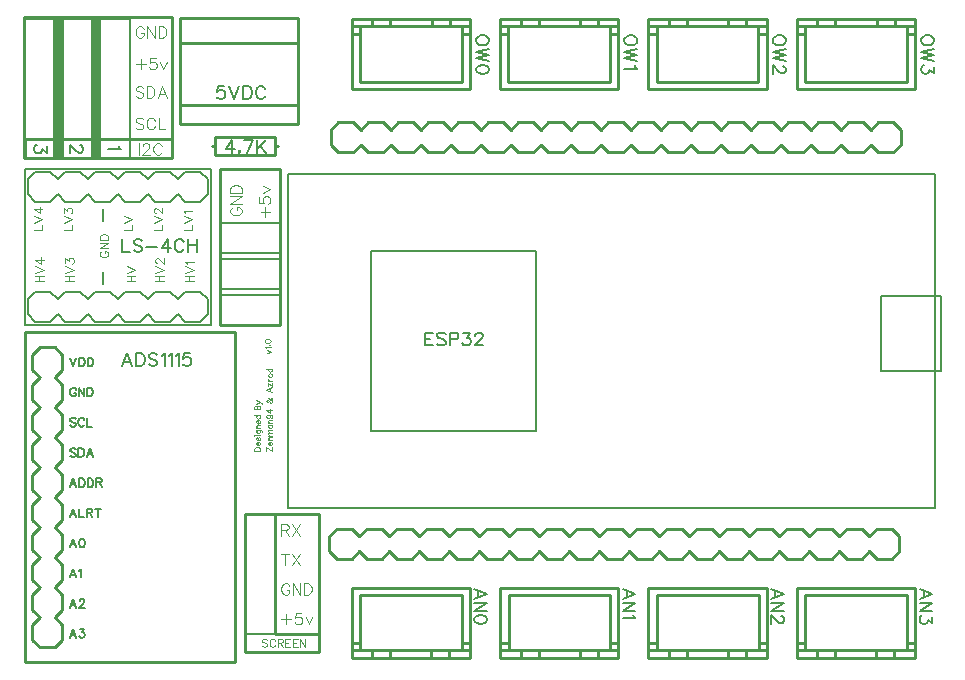
<source format=gto>
G04 Layer: TopSilkscreenLayer*
G04 EasyEDA v6.5.23, 2023-06-08 09:20:47*
G04 55327712f0a3441bad1e631ee7ba6bcd,133cb59a28494424a397ab70695d2c60,10*
G04 Gerber Generator version 0.2*
G04 Scale: 100 percent, Rotated: No, Reflected: No *
G04 Dimensions in millimeters *
G04 leading zeros omitted , absolute positions ,4 integer and 5 decimal *
%FSLAX45Y45*%
%MOMM*%

%ADD10C,0.1000*%
%ADD11C,0.1524*%
%ADD12C,0.0610*%
%ADD13C,0.2030*%
%ADD14C,0.2032*%
%ADD15C,0.2540*%
%ADD16C,0.1270*%
%ADD17C,0.0193*%

%LPD*%
D10*
X1686943Y12841094D02*
G01*
X1686943Y12745590D01*
X1721487Y12818488D02*
G01*
X1721487Y12823060D01*
X1726059Y12831950D01*
X1730631Y12836522D01*
X1739775Y12841094D01*
X1757809Y12841094D01*
X1766953Y12836522D01*
X1771525Y12831950D01*
X1776097Y12823060D01*
X1776097Y12813916D01*
X1771525Y12804772D01*
X1762381Y12791056D01*
X1716915Y12745590D01*
X1780669Y12745590D01*
X1878713Y12818488D02*
G01*
X1874141Y12827632D01*
X1865251Y12836522D01*
X1856107Y12841094D01*
X1837819Y12841094D01*
X1828675Y12836522D01*
X1819785Y12827632D01*
X1815213Y12818488D01*
X1810641Y12804772D01*
X1810641Y12782166D01*
X1815213Y12768450D01*
X1819785Y12759306D01*
X1828675Y12750162D01*
X1837819Y12745590D01*
X1856107Y12745590D01*
X1865251Y12750162D01*
X1874141Y12759306D01*
X1878713Y12768450D01*
X1729615Y13809088D02*
G01*
X1725297Y13818232D01*
X1716153Y13827122D01*
X1707009Y13831694D01*
X1688721Y13831694D01*
X1679831Y13827122D01*
X1670687Y13818232D01*
X1666115Y13809088D01*
X1661543Y13795372D01*
X1661543Y13772766D01*
X1666115Y13759050D01*
X1670687Y13749906D01*
X1679831Y13740762D01*
X1688721Y13736190D01*
X1707009Y13736190D01*
X1716153Y13740762D01*
X1725297Y13749906D01*
X1729615Y13759050D01*
X1729615Y13772766D01*
X1707009Y13772766D02*
G01*
X1729615Y13772766D01*
X1759841Y13831694D02*
G01*
X1759841Y13736190D01*
X1759841Y13831694D02*
G01*
X1823341Y13736190D01*
X1823341Y13831694D02*
G01*
X1823341Y13736190D01*
X1853313Y13831694D02*
G01*
X1853313Y13736190D01*
X1853313Y13831694D02*
G01*
X1885063Y13831694D01*
X1898779Y13827122D01*
X1907923Y13818232D01*
X1912495Y13809088D01*
X1917067Y13795372D01*
X1917067Y13772766D01*
X1912495Y13759050D01*
X1907923Y13749906D01*
X1898779Y13740762D01*
X1885063Y13736190D01*
X1853313Y13736190D01*
X1702437Y13551532D02*
G01*
X1702437Y13469490D01*
X1661543Y13510638D02*
G01*
X1743331Y13510638D01*
X1827913Y13564994D02*
G01*
X1782447Y13564994D01*
X1777875Y13524100D01*
X1782447Y13528672D01*
X1796163Y13533244D01*
X1809625Y13533244D01*
X1823341Y13528672D01*
X1832485Y13519528D01*
X1837057Y13506066D01*
X1837057Y13496922D01*
X1832485Y13483206D01*
X1823341Y13474062D01*
X1809625Y13469490D01*
X1796163Y13469490D01*
X1782447Y13474062D01*
X1777875Y13478634D01*
X1773303Y13487778D01*
X1867029Y13533244D02*
G01*
X1894207Y13469490D01*
X1921639Y13533244D02*
G01*
X1894207Y13469490D01*
X1725297Y13310232D02*
G01*
X1716153Y13319122D01*
X1702437Y13323694D01*
X1684149Y13323694D01*
X1670687Y13319122D01*
X1661543Y13310232D01*
X1661543Y13301088D01*
X1666115Y13291944D01*
X1670687Y13287372D01*
X1679831Y13282800D01*
X1707009Y13273656D01*
X1716153Y13269338D01*
X1720725Y13264766D01*
X1725297Y13255622D01*
X1725297Y13241906D01*
X1716153Y13232762D01*
X1702437Y13228190D01*
X1684149Y13228190D01*
X1670687Y13232762D01*
X1661543Y13241906D01*
X1755269Y13323694D02*
G01*
X1755269Y13228190D01*
X1755269Y13323694D02*
G01*
X1787019Y13323694D01*
X1800735Y13319122D01*
X1809625Y13310232D01*
X1814197Y13301088D01*
X1818769Y13287372D01*
X1818769Y13264766D01*
X1814197Y13251050D01*
X1809625Y13241906D01*
X1800735Y13232762D01*
X1787019Y13228190D01*
X1755269Y13228190D01*
X1885063Y13323694D02*
G01*
X1848741Y13228190D01*
X1885063Y13323694D02*
G01*
X1921639Y13228190D01*
X1862457Y13260194D02*
G01*
X1907923Y13260194D01*
X1725297Y13043532D02*
G01*
X1716153Y13052422D01*
X1702437Y13056994D01*
X1684149Y13056994D01*
X1670687Y13052422D01*
X1661543Y13043532D01*
X1661543Y13034388D01*
X1666115Y13025244D01*
X1670687Y13020672D01*
X1679831Y13016100D01*
X1707009Y13006956D01*
X1716153Y13002638D01*
X1720725Y12998066D01*
X1725297Y12988922D01*
X1725297Y12975206D01*
X1716153Y12966062D01*
X1702437Y12961490D01*
X1684149Y12961490D01*
X1670687Y12966062D01*
X1661543Y12975206D01*
X1823341Y13034388D02*
G01*
X1818769Y13043532D01*
X1809625Y13052422D01*
X1800735Y13056994D01*
X1782447Y13056994D01*
X1773303Y13052422D01*
X1764159Y13043532D01*
X1759841Y13034388D01*
X1755269Y13020672D01*
X1755269Y12998066D01*
X1759841Y12984350D01*
X1764159Y12975206D01*
X1773303Y12966062D01*
X1782447Y12961490D01*
X1800735Y12961490D01*
X1809625Y12966062D01*
X1818769Y12975206D01*
X1823341Y12984350D01*
X1853313Y13056994D02*
G01*
X1853313Y12961490D01*
X1853313Y12961490D02*
G01*
X1907923Y12961490D01*
X2961515Y9093154D02*
G01*
X2957197Y9102298D01*
X2948053Y9111188D01*
X2938909Y9115760D01*
X2920621Y9115760D01*
X2911731Y9111188D01*
X2902587Y9102298D01*
X2898015Y9093154D01*
X2893443Y9079438D01*
X2893443Y9056832D01*
X2898015Y9043116D01*
X2902587Y9033972D01*
X2911731Y9024828D01*
X2920621Y9020256D01*
X2938909Y9020256D01*
X2948053Y9024828D01*
X2957197Y9033972D01*
X2961515Y9043116D01*
X2961515Y9056832D01*
X2938909Y9056832D02*
G01*
X2961515Y9056832D01*
X2991741Y9115760D02*
G01*
X2991741Y9020256D01*
X2991741Y9115760D02*
G01*
X3055241Y9020256D01*
X3055241Y9115760D02*
G01*
X3055241Y9020256D01*
X3085213Y9115760D02*
G01*
X3085213Y9020256D01*
X3085213Y9115760D02*
G01*
X3116963Y9115760D01*
X3130679Y9111188D01*
X3139823Y9102298D01*
X3144395Y9093154D01*
X3148967Y9079438D01*
X3148967Y9056832D01*
X3144395Y9043116D01*
X3139823Y9033972D01*
X3130679Y9024828D01*
X3116963Y9020256D01*
X3085213Y9020256D01*
X2934337Y8852532D02*
G01*
X2934337Y8770490D01*
X2893443Y8811638D02*
G01*
X2975231Y8811638D01*
X3059813Y8865994D02*
G01*
X3014347Y8865994D01*
X3009775Y8825100D01*
X3014347Y8829672D01*
X3028063Y8834244D01*
X3041525Y8834244D01*
X3055241Y8829672D01*
X3064385Y8820528D01*
X3068957Y8807066D01*
X3068957Y8797922D01*
X3064385Y8784206D01*
X3055241Y8775062D01*
X3041525Y8770490D01*
X3028063Y8770490D01*
X3014347Y8775062D01*
X3009775Y8779634D01*
X3005203Y8788778D01*
X3098929Y8834244D02*
G01*
X3126107Y8770490D01*
X3153539Y8834244D02*
G01*
X3126107Y8770490D01*
X2893443Y9615294D02*
G01*
X2893443Y9519790D01*
X2893443Y9615294D02*
G01*
X2934337Y9615294D01*
X2948053Y9610722D01*
X2952625Y9606150D01*
X2957197Y9597260D01*
X2957197Y9588116D01*
X2952625Y9578972D01*
X2948053Y9574400D01*
X2934337Y9569828D01*
X2893443Y9569828D01*
X2925193Y9569828D02*
G01*
X2957197Y9519790D01*
X2987169Y9615294D02*
G01*
X3050669Y9519790D01*
X3050669Y9615294D02*
G01*
X2987169Y9519790D01*
X2925193Y9365612D02*
G01*
X2925193Y9270108D01*
X2893443Y9365612D02*
G01*
X2957197Y9365612D01*
X2987169Y9365612D02*
G01*
X3050669Y9270108D01*
X3050669Y9365612D02*
G01*
X2987169Y9270108D01*
X2717167Y12260450D02*
G01*
X2799209Y12260450D01*
X2758061Y12219556D02*
G01*
X2758061Y12301344D01*
X2703705Y12385926D02*
G01*
X2703705Y12340460D01*
X2744599Y12335888D01*
X2740027Y12340460D01*
X2735455Y12354176D01*
X2735455Y12367638D01*
X2740027Y12381354D01*
X2749171Y12390498D01*
X2762633Y12395070D01*
X2771777Y12395070D01*
X2785493Y12390498D01*
X2794637Y12381354D01*
X2799209Y12367638D01*
X2799209Y12354176D01*
X2794637Y12340460D01*
X2790065Y12335888D01*
X2780921Y12331316D01*
X2735455Y12425042D02*
G01*
X2799209Y12452220D01*
X2735455Y12479652D02*
G01*
X2799209Y12452220D01*
X2485011Y12300328D02*
G01*
X2475867Y12296010D01*
X2466977Y12286866D01*
X2462405Y12277722D01*
X2462405Y12259434D01*
X2466977Y12250544D01*
X2475867Y12241400D01*
X2485011Y12236828D01*
X2498727Y12232256D01*
X2521333Y12232256D01*
X2535049Y12236828D01*
X2544193Y12241400D01*
X2553337Y12250544D01*
X2557909Y12259434D01*
X2557909Y12277722D01*
X2553337Y12286866D01*
X2544193Y12296010D01*
X2535049Y12300328D01*
X2521333Y12300328D01*
X2521333Y12277722D02*
G01*
X2521333Y12300328D01*
X2462405Y12330554D02*
G01*
X2557909Y12330554D01*
X2462405Y12330554D02*
G01*
X2557909Y12394054D01*
X2462405Y12394054D02*
G01*
X2557909Y12394054D01*
X2462405Y12424026D02*
G01*
X2557909Y12424026D01*
X2462405Y12424026D02*
G01*
X2462405Y12455776D01*
X2466977Y12469492D01*
X2475867Y12478636D01*
X2485011Y12483208D01*
X2498727Y12487780D01*
X2521333Y12487780D01*
X2535049Y12483208D01*
X2544193Y12478636D01*
X2553337Y12469492D01*
X2557909Y12455776D01*
X2557909Y12424026D01*
X2665097Y10238356D02*
G01*
X2712849Y10238356D01*
X2665097Y10238356D02*
G01*
X2665097Y10254358D01*
X2667383Y10260962D01*
X2671955Y10265534D01*
X2676527Y10267820D01*
X2683385Y10270106D01*
X2694815Y10270106D01*
X2701673Y10267820D01*
X2705991Y10265534D01*
X2710563Y10260962D01*
X2712849Y10254358D01*
X2712849Y10238356D01*
X2694815Y10285092D02*
G01*
X2694815Y10312524D01*
X2690243Y10312524D01*
X2685671Y10310238D01*
X2683385Y10307952D01*
X2681099Y10303380D01*
X2681099Y10296522D01*
X2683385Y10291950D01*
X2687957Y10287378D01*
X2694815Y10285092D01*
X2699387Y10285092D01*
X2705991Y10287378D01*
X2710563Y10291950D01*
X2712849Y10296522D01*
X2712849Y10303380D01*
X2710563Y10307952D01*
X2705991Y10312524D01*
X2687957Y10352402D02*
G01*
X2683385Y10350116D01*
X2681099Y10343258D01*
X2681099Y10336654D01*
X2683385Y10329796D01*
X2687957Y10327510D01*
X2692529Y10329796D01*
X2694815Y10334368D01*
X2697101Y10345544D01*
X2699387Y10350116D01*
X2703705Y10352402D01*
X2705991Y10352402D01*
X2710563Y10350116D01*
X2712849Y10343258D01*
X2712849Y10336654D01*
X2710563Y10329796D01*
X2705991Y10327510D01*
X2665097Y10367388D02*
G01*
X2667383Y10369674D01*
X2665097Y10371960D01*
X2662811Y10369674D01*
X2665097Y10367388D01*
X2681099Y10369674D02*
G01*
X2712849Y10369674D01*
X2681099Y10414378D02*
G01*
X2717421Y10414378D01*
X2724279Y10412092D01*
X2726565Y10409806D01*
X2728851Y10405234D01*
X2728851Y10398376D01*
X2726565Y10393804D01*
X2687957Y10414378D02*
G01*
X2683385Y10409806D01*
X2681099Y10405234D01*
X2681099Y10398376D01*
X2683385Y10393804D01*
X2687957Y10389232D01*
X2694815Y10386946D01*
X2699387Y10386946D01*
X2705991Y10389232D01*
X2710563Y10393804D01*
X2712849Y10398376D01*
X2712849Y10405234D01*
X2710563Y10409806D01*
X2705991Y10414378D01*
X2681099Y10429364D02*
G01*
X2712849Y10429364D01*
X2690243Y10429364D02*
G01*
X2683385Y10435968D01*
X2681099Y10440540D01*
X2681099Y10447398D01*
X2683385Y10451970D01*
X2690243Y10454256D01*
X2712849Y10454256D01*
X2694815Y10469242D02*
G01*
X2694815Y10496420D01*
X2690243Y10496420D01*
X2685671Y10494388D01*
X2683385Y10492102D01*
X2681099Y10487530D01*
X2681099Y10480672D01*
X2683385Y10476100D01*
X2687957Y10471528D01*
X2694815Y10469242D01*
X2699387Y10469242D01*
X2705991Y10471528D01*
X2710563Y10476100D01*
X2712849Y10480672D01*
X2712849Y10487530D01*
X2710563Y10492102D01*
X2705991Y10496420D01*
X2665097Y10538838D02*
G01*
X2712849Y10538838D01*
X2687957Y10538838D02*
G01*
X2683385Y10534266D01*
X2681099Y10529694D01*
X2681099Y10522836D01*
X2683385Y10518264D01*
X2687957Y10513692D01*
X2694815Y10511660D01*
X2699387Y10511660D01*
X2705991Y10513692D01*
X2710563Y10518264D01*
X2712849Y10522836D01*
X2712849Y10529694D01*
X2710563Y10534266D01*
X2705991Y10538838D01*
X2665097Y10588876D02*
G01*
X2712849Y10588876D01*
X2665097Y10588876D02*
G01*
X2665097Y10609196D01*
X2667383Y10616054D01*
X2669669Y10618340D01*
X2674241Y10620626D01*
X2678813Y10620626D01*
X2683385Y10618340D01*
X2685671Y10616054D01*
X2687957Y10609196D01*
X2687957Y10588876D02*
G01*
X2687957Y10609196D01*
X2690243Y10616054D01*
X2692529Y10618340D01*
X2697101Y10620626D01*
X2703705Y10620626D01*
X2708277Y10618340D01*
X2710563Y10616054D01*
X2712849Y10609196D01*
X2712849Y10588876D01*
X2681099Y10637898D02*
G01*
X2712849Y10651614D01*
X2681099Y10665076D02*
G01*
X2712849Y10651614D01*
X2721993Y10647042D01*
X2726565Y10642470D01*
X2728851Y10637898D01*
X2728851Y10635612D01*
X2766697Y10270106D02*
G01*
X2814449Y10238356D01*
X2766697Y10238356D02*
G01*
X2766697Y10270106D01*
X2814449Y10238356D02*
G01*
X2814449Y10270106D01*
X2796415Y10285092D02*
G01*
X2796415Y10312524D01*
X2791843Y10312524D01*
X2787271Y10310238D01*
X2784985Y10307952D01*
X2782699Y10303380D01*
X2782699Y10296522D01*
X2784985Y10291950D01*
X2789557Y10287378D01*
X2796415Y10285092D01*
X2800987Y10285092D01*
X2807591Y10287378D01*
X2812163Y10291950D01*
X2814449Y10296522D01*
X2814449Y10303380D01*
X2812163Y10307952D01*
X2807591Y10312524D01*
X2782699Y10327510D02*
G01*
X2814449Y10327510D01*
X2791843Y10327510D02*
G01*
X2784985Y10334368D01*
X2782699Y10338686D01*
X2782699Y10345544D01*
X2784985Y10350116D01*
X2791843Y10352402D01*
X2814449Y10352402D01*
X2782699Y10367388D02*
G01*
X2814449Y10367388D01*
X2791843Y10367388D02*
G01*
X2784985Y10374246D01*
X2782699Y10378818D01*
X2782699Y10385676D01*
X2784985Y10390248D01*
X2791843Y10392534D01*
X2814449Y10392534D01*
X2791843Y10392534D02*
G01*
X2784985Y10399138D01*
X2782699Y10403710D01*
X2782699Y10410568D01*
X2784985Y10415140D01*
X2791843Y10417426D01*
X2814449Y10417426D01*
X2782699Y10459844D02*
G01*
X2814449Y10459844D01*
X2789557Y10459844D02*
G01*
X2784985Y10455272D01*
X2782699Y10450700D01*
X2782699Y10443842D01*
X2784985Y10439270D01*
X2789557Y10434698D01*
X2796415Y10432412D01*
X2800987Y10432412D01*
X2807591Y10434698D01*
X2812163Y10439270D01*
X2814449Y10443842D01*
X2814449Y10450700D01*
X2812163Y10455272D01*
X2807591Y10459844D01*
X2782699Y10474830D02*
G01*
X2814449Y10474830D01*
X2791843Y10474830D02*
G01*
X2784985Y10481434D01*
X2782699Y10486006D01*
X2782699Y10492864D01*
X2784985Y10497436D01*
X2791843Y10499722D01*
X2814449Y10499722D01*
X2782699Y10544172D02*
G01*
X2789557Y10541886D01*
X2794129Y10537568D01*
X2796415Y10530710D01*
X2796415Y10528424D01*
X2794129Y10521566D01*
X2789557Y10516994D01*
X2782699Y10514708D01*
X2780413Y10514708D01*
X2773555Y10516994D01*
X2768983Y10521566D01*
X2766697Y10528424D01*
X2766697Y10530710D01*
X2768983Y10537568D01*
X2773555Y10541886D01*
X2782699Y10544172D01*
X2794129Y10544172D01*
X2805305Y10541886D01*
X2812163Y10537568D01*
X2814449Y10530710D01*
X2814449Y10526138D01*
X2812163Y10519280D01*
X2807591Y10516994D01*
X2766697Y10582018D02*
G01*
X2798701Y10559158D01*
X2798701Y10593448D01*
X2766697Y10582018D02*
G01*
X2814449Y10582018D01*
X2787271Y10688698D02*
G01*
X2784985Y10688698D01*
X2782699Y10686412D01*
X2782699Y10684380D01*
X2784985Y10682094D01*
X2789557Y10679808D01*
X2800987Y10675236D01*
X2807591Y10670664D01*
X2812163Y10666092D01*
X2814449Y10661520D01*
X2814449Y10652376D01*
X2812163Y10647804D01*
X2809877Y10645518D01*
X2805305Y10643232D01*
X2800987Y10643232D01*
X2796415Y10645518D01*
X2794129Y10647804D01*
X2784985Y10663806D01*
X2782699Y10666092D01*
X2778127Y10668378D01*
X2773555Y10668378D01*
X2768983Y10666092D01*
X2766697Y10661520D01*
X2768983Y10656948D01*
X2773555Y10654662D01*
X2778127Y10654662D01*
X2784985Y10656948D01*
X2791843Y10661520D01*
X2807591Y10672950D01*
X2812163Y10677522D01*
X2814449Y10682094D01*
X2814449Y10686412D01*
X2812163Y10688698D01*
X2809877Y10688698D01*
X2766697Y10757024D02*
G01*
X2814449Y10738736D01*
X2766697Y10757024D02*
G01*
X2814449Y10775058D01*
X2798701Y10745594D02*
G01*
X2798701Y10768454D01*
X2782699Y10815190D02*
G01*
X2814449Y10790298D01*
X2782699Y10790298D02*
G01*
X2782699Y10815190D01*
X2814449Y10790298D02*
G01*
X2814449Y10815190D01*
X2782699Y10830176D02*
G01*
X2814449Y10830176D01*
X2796415Y10830176D02*
G01*
X2789557Y10832462D01*
X2784985Y10837034D01*
X2782699Y10841606D01*
X2782699Y10848464D01*
X2782699Y10874626D02*
G01*
X2784985Y10870054D01*
X2789557Y10865736D01*
X2796415Y10863450D01*
X2800987Y10863450D01*
X2807591Y10865736D01*
X2812163Y10870054D01*
X2814449Y10874626D01*
X2814449Y10881484D01*
X2812163Y10886056D01*
X2807591Y10890628D01*
X2800987Y10892914D01*
X2796415Y10892914D01*
X2789557Y10890628D01*
X2784985Y10886056D01*
X2782699Y10881484D01*
X2782699Y10874626D01*
X2766697Y10935078D02*
G01*
X2814449Y10935078D01*
X2789557Y10935078D02*
G01*
X2784985Y10930506D01*
X2782699Y10926188D01*
X2782699Y10919330D01*
X2784985Y10914758D01*
X2789557Y10910186D01*
X2796415Y10907900D01*
X2800987Y10907900D01*
X2807591Y10910186D01*
X2812163Y10914758D01*
X2814449Y10919330D01*
X2814449Y10926188D01*
X2812163Y10930506D01*
X2807591Y10935078D01*
X2769999Y11063856D02*
G01*
X2801749Y11077572D01*
X2769999Y11091034D02*
G01*
X2801749Y11077572D01*
X2763141Y11106020D02*
G01*
X2760855Y11110592D01*
X2753997Y11117450D01*
X2801749Y11117450D01*
X2790573Y11134722D02*
G01*
X2792605Y11132436D01*
X2794891Y11134722D01*
X2792605Y11137008D01*
X2790573Y11134722D01*
X2753997Y11165710D02*
G01*
X2756283Y11158852D01*
X2763141Y11154280D01*
X2774571Y11151994D01*
X2781429Y11151994D01*
X2792605Y11154280D01*
X2799463Y11158852D01*
X2801749Y11165710D01*
X2801749Y11170282D01*
X2799463Y11177140D01*
X2792605Y11181458D01*
X2781429Y11183744D01*
X2774571Y11183744D01*
X2763141Y11181458D01*
X2756283Y11177140D01*
X2753997Y11170282D01*
X2753997Y11165710D01*
D11*
X2409573Y13325472D02*
G01*
X2357757Y13325472D01*
X2352423Y13278736D01*
X2357757Y13283816D01*
X2373251Y13289150D01*
X2388999Y13289150D01*
X2404493Y13283816D01*
X2414907Y13273656D01*
X2419987Y13257908D01*
X2419987Y13247494D01*
X2414907Y13232000D01*
X2404493Y13221586D01*
X2388999Y13216506D01*
X2373251Y13216506D01*
X2357757Y13221586D01*
X2352423Y13226666D01*
X2347343Y13237080D01*
X2454277Y13325472D02*
G01*
X2495933Y13216506D01*
X2537589Y13325472D02*
G01*
X2495933Y13216506D01*
X2571879Y13325472D02*
G01*
X2571879Y13216506D01*
X2571879Y13325472D02*
G01*
X2608201Y13325472D01*
X2623695Y13320392D01*
X2634109Y13309978D01*
X2639443Y13299564D01*
X2644523Y13283816D01*
X2644523Y13257908D01*
X2639443Y13242414D01*
X2634109Y13232000D01*
X2623695Y13221586D01*
X2608201Y13216506D01*
X2571879Y13216506D01*
X2756791Y13299564D02*
G01*
X2751457Y13309978D01*
X2741043Y13320392D01*
X2730883Y13325472D01*
X2710055Y13325472D01*
X2699641Y13320392D01*
X2689227Y13309978D01*
X2683893Y13299564D01*
X2678813Y13283816D01*
X2678813Y13257908D01*
X2683893Y13242414D01*
X2689227Y13232000D01*
X2699641Y13221586D01*
X2710055Y13216506D01*
X2730883Y13216506D01*
X2741043Y13221586D01*
X2751457Y13232000D01*
X2756791Y13242414D01*
X4634359Y9028300D02*
G01*
X4525393Y9069956D01*
X4634359Y9028300D02*
G01*
X4525393Y8986898D01*
X4561715Y9054462D02*
G01*
X4561715Y9002392D01*
X4634359Y8952608D02*
G01*
X4525393Y8952608D01*
X4634359Y8952608D02*
G01*
X4525393Y8879710D01*
X4634359Y8879710D02*
G01*
X4525393Y8879710D01*
X4634359Y8814432D02*
G01*
X4629279Y8829926D01*
X4613531Y8840340D01*
X4587623Y8845420D01*
X4572129Y8845420D01*
X4545967Y8840340D01*
X4530473Y8829926D01*
X4525393Y8814432D01*
X4525393Y8804018D01*
X4530473Y8788270D01*
X4545967Y8777856D01*
X4572129Y8772776D01*
X4587623Y8772776D01*
X4613531Y8777856D01*
X4629279Y8788270D01*
X4634359Y8804018D01*
X4634359Y8814432D01*
X5891659Y9028300D02*
G01*
X5782693Y9069956D01*
X5891659Y9028300D02*
G01*
X5782693Y8986898D01*
X5819015Y9054462D02*
G01*
X5819015Y9002392D01*
X5891659Y8952608D02*
G01*
X5782693Y8952608D01*
X5891659Y8952608D02*
G01*
X5782693Y8879710D01*
X5891659Y8879710D02*
G01*
X5782693Y8879710D01*
X5870831Y8845420D02*
G01*
X5876165Y8835006D01*
X5891659Y8819512D01*
X5782693Y8819512D01*
X7148959Y9028300D02*
G01*
X7039993Y9069956D01*
X7148959Y9028300D02*
G01*
X7039993Y8986898D01*
X7076315Y9054462D02*
G01*
X7076315Y9002392D01*
X7148959Y8952608D02*
G01*
X7039993Y8952608D01*
X7148959Y8952608D02*
G01*
X7039993Y8879710D01*
X7148959Y8879710D02*
G01*
X7039993Y8879710D01*
X7123051Y8840340D02*
G01*
X7128131Y8840340D01*
X7138545Y8835006D01*
X7143879Y8829926D01*
X7148959Y8819512D01*
X7148959Y8798684D01*
X7143879Y8788270D01*
X7138545Y8783190D01*
X7128131Y8777856D01*
X7117717Y8777856D01*
X7107303Y8783190D01*
X7091809Y8793604D01*
X7039993Y8845420D01*
X7039993Y8772776D01*
X8406259Y9028300D02*
G01*
X8297293Y9069956D01*
X8406259Y9028300D02*
G01*
X8297293Y8986898D01*
X8333615Y9054462D02*
G01*
X8333615Y9002392D01*
X8406259Y8952608D02*
G01*
X8297293Y8952608D01*
X8406259Y8952608D02*
G01*
X8297293Y8879710D01*
X8406259Y8879710D02*
G01*
X8297293Y8879710D01*
X8406259Y8835006D02*
G01*
X8406259Y8777856D01*
X8364603Y8809098D01*
X8364603Y8793604D01*
X8359523Y8783190D01*
X8354443Y8777856D01*
X8338695Y8772776D01*
X8328281Y8772776D01*
X8312787Y8777856D01*
X8302373Y8788270D01*
X8297293Y8804018D01*
X8297293Y8819512D01*
X8302373Y8835006D01*
X8307453Y8840340D01*
X8317867Y8845420D01*
X4651288Y13725014D02*
G01*
X4646208Y13735428D01*
X4635794Y13745842D01*
X4625380Y13751176D01*
X4609632Y13756256D01*
X4583724Y13756256D01*
X4568230Y13751176D01*
X4557816Y13745842D01*
X4547402Y13735428D01*
X4542322Y13725014D01*
X4542322Y13704186D01*
X4547402Y13694026D01*
X4557816Y13683612D01*
X4568230Y13678278D01*
X4583724Y13673198D01*
X4609632Y13673198D01*
X4625380Y13678278D01*
X4635794Y13683612D01*
X4646208Y13694026D01*
X4651288Y13704186D01*
X4651288Y13725014D01*
X4651288Y13638908D02*
G01*
X4542322Y13612746D01*
X4651288Y13586838D02*
G01*
X4542322Y13612746D01*
X4651288Y13586838D02*
G01*
X4542322Y13560930D01*
X4651288Y13535022D02*
G01*
X4542322Y13560930D01*
X4651288Y13469490D02*
G01*
X4646208Y13484984D01*
X4630460Y13495398D01*
X4604552Y13500732D01*
X4589058Y13500732D01*
X4562896Y13495398D01*
X4547402Y13484984D01*
X4542322Y13469490D01*
X4542322Y13459076D01*
X4547402Y13443582D01*
X4562896Y13433168D01*
X4589058Y13427834D01*
X4604552Y13427834D01*
X4630460Y13433168D01*
X4646208Y13443582D01*
X4651288Y13459076D01*
X4651288Y13469490D01*
X5907178Y13725014D02*
G01*
X5902098Y13735428D01*
X5891684Y13745842D01*
X5881270Y13751176D01*
X5865522Y13756256D01*
X5839614Y13756256D01*
X5824120Y13751176D01*
X5813706Y13745842D01*
X5803292Y13735428D01*
X5798212Y13725014D01*
X5798212Y13704186D01*
X5803292Y13694026D01*
X5813706Y13683612D01*
X5824120Y13678278D01*
X5839614Y13673198D01*
X5865522Y13673198D01*
X5881270Y13678278D01*
X5891684Y13683612D01*
X5902098Y13694026D01*
X5907178Y13704186D01*
X5907178Y13725014D01*
X5907178Y13638908D02*
G01*
X5798212Y13612746D01*
X5907178Y13586838D02*
G01*
X5798212Y13612746D01*
X5907178Y13586838D02*
G01*
X5798212Y13560930D01*
X5907178Y13535022D02*
G01*
X5798212Y13560930D01*
X5886350Y13500732D02*
G01*
X5891684Y13490318D01*
X5907178Y13474570D01*
X5798212Y13474570D01*
X7163069Y13725014D02*
G01*
X7157989Y13735428D01*
X7147575Y13745842D01*
X7137161Y13751176D01*
X7121413Y13756256D01*
X7095505Y13756256D01*
X7080011Y13751176D01*
X7069597Y13745842D01*
X7059183Y13735428D01*
X7054103Y13725014D01*
X7054103Y13704186D01*
X7059183Y13694026D01*
X7069597Y13683612D01*
X7080011Y13678278D01*
X7095505Y13673198D01*
X7121413Y13673198D01*
X7137161Y13678278D01*
X7147575Y13683612D01*
X7157989Y13694026D01*
X7163069Y13704186D01*
X7163069Y13725014D01*
X7163069Y13638908D02*
G01*
X7054103Y13612746D01*
X7163069Y13586838D02*
G01*
X7054103Y13612746D01*
X7163069Y13586838D02*
G01*
X7054103Y13560930D01*
X7163069Y13535022D02*
G01*
X7054103Y13560930D01*
X7137161Y13495398D02*
G01*
X7142241Y13495398D01*
X7152655Y13490318D01*
X7157989Y13484984D01*
X7163069Y13474570D01*
X7163069Y13453996D01*
X7157989Y13443582D01*
X7152655Y13438248D01*
X7142241Y13433168D01*
X7131827Y13433168D01*
X7121413Y13438248D01*
X7105919Y13448662D01*
X7054103Y13500732D01*
X7054103Y13427834D01*
X8418959Y13725014D02*
G01*
X8413879Y13735428D01*
X8403465Y13745842D01*
X8393051Y13751176D01*
X8377303Y13756256D01*
X8351395Y13756256D01*
X8335901Y13751176D01*
X8325487Y13745842D01*
X8315073Y13735428D01*
X8309993Y13725014D01*
X8309993Y13704186D01*
X8315073Y13694026D01*
X8325487Y13683612D01*
X8335901Y13678278D01*
X8351395Y13673198D01*
X8377303Y13673198D01*
X8393051Y13678278D01*
X8403465Y13683612D01*
X8413879Y13694026D01*
X8418959Y13704186D01*
X8418959Y13725014D01*
X8418959Y13638908D02*
G01*
X8309993Y13612746D01*
X8418959Y13586838D02*
G01*
X8309993Y13612746D01*
X8418959Y13586838D02*
G01*
X8309993Y13560930D01*
X8418959Y13535022D02*
G01*
X8309993Y13560930D01*
X8418959Y13490318D02*
G01*
X8418959Y13433168D01*
X8377303Y13464156D01*
X8377303Y13448662D01*
X8372223Y13438248D01*
X8367143Y13433168D01*
X8351395Y13427834D01*
X8340981Y13427834D01*
X8325487Y13433168D01*
X8315073Y13443582D01*
X8309993Y13459076D01*
X8309993Y13474570D01*
X8315073Y13490318D01*
X8320153Y13495398D01*
X8330567Y13500732D01*
X1514901Y12816367D02*
G01*
X1519981Y12805953D01*
X1535475Y12790459D01*
X1426509Y12790459D01*
D10*
X2772793Y8635870D02*
G01*
X2766443Y8642220D01*
X2757045Y8645268D01*
X2744345Y8645268D01*
X2734693Y8642220D01*
X2728343Y8635870D01*
X2728343Y8629266D01*
X2731645Y8622916D01*
X2734693Y8619868D01*
X2741043Y8616566D01*
X2760093Y8610216D01*
X2766443Y8607168D01*
X2769745Y8603866D01*
X2772793Y8597516D01*
X2772793Y8588118D01*
X2766443Y8581768D01*
X2757045Y8578466D01*
X2744345Y8578466D01*
X2734693Y8581768D01*
X2728343Y8588118D01*
X2841627Y8629266D02*
G01*
X2838325Y8635870D01*
X2831975Y8642220D01*
X2825625Y8645268D01*
X2812925Y8645268D01*
X2806575Y8642220D01*
X2800225Y8635870D01*
X2797177Y8629266D01*
X2793875Y8619868D01*
X2793875Y8603866D01*
X2797177Y8594468D01*
X2800225Y8588118D01*
X2806575Y8581768D01*
X2812925Y8578466D01*
X2825625Y8578466D01*
X2831975Y8581768D01*
X2838325Y8588118D01*
X2841627Y8594468D01*
X2862709Y8645268D02*
G01*
X2862709Y8578466D01*
X2862709Y8645268D02*
G01*
X2891157Y8645268D01*
X2900809Y8642220D01*
X2903857Y8638918D01*
X2907159Y8632568D01*
X2907159Y8626218D01*
X2903857Y8619868D01*
X2900809Y8616566D01*
X2891157Y8613518D01*
X2862709Y8613518D01*
X2884807Y8613518D02*
G01*
X2907159Y8578466D01*
X2928241Y8645268D02*
G01*
X2928241Y8578466D01*
X2928241Y8645268D02*
G01*
X2969643Y8645268D01*
X2928241Y8613518D02*
G01*
X2953641Y8613518D01*
X2928241Y8578466D02*
G01*
X2969643Y8578466D01*
X2990471Y8645268D02*
G01*
X2990471Y8578466D01*
X2990471Y8645268D02*
G01*
X3031873Y8645268D01*
X2990471Y8613518D02*
G01*
X3015871Y8613518D01*
X2990471Y8578466D02*
G01*
X3031873Y8578466D01*
X3052955Y8645268D02*
G01*
X3052955Y8578466D01*
X3052955Y8645268D02*
G01*
X3097405Y8578466D01*
X3097405Y8645268D02*
G01*
X3097405Y8578466D01*
D11*
X1547243Y12030072D02*
G01*
X1547243Y11921106D01*
X1547243Y11921106D02*
G01*
X1609473Y11921106D01*
X1716661Y12014578D02*
G01*
X1706247Y12024992D01*
X1690753Y12030072D01*
X1669925Y12030072D01*
X1654177Y12024992D01*
X1643763Y12014578D01*
X1643763Y12004164D01*
X1649097Y11993750D01*
X1654177Y11988416D01*
X1664591Y11983336D01*
X1695833Y11972922D01*
X1706247Y11967842D01*
X1711327Y11962508D01*
X1716661Y11952094D01*
X1716661Y11936600D01*
X1706247Y11926186D01*
X1690753Y11921106D01*
X1669925Y11921106D01*
X1654177Y11926186D01*
X1643763Y11936600D01*
X1750951Y11967842D02*
G01*
X1844423Y11967842D01*
X1930783Y12030072D02*
G01*
X1878713Y11957428D01*
X1956691Y11957428D01*
X1930783Y12030072D02*
G01*
X1930783Y11921106D01*
X2068959Y12004164D02*
G01*
X2063625Y12014578D01*
X2053211Y12024992D01*
X2042797Y12030072D01*
X2022223Y12030072D01*
X2011809Y12024992D01*
X2001395Y12014578D01*
X1996061Y12004164D01*
X1990981Y11988416D01*
X1990981Y11962508D01*
X1996061Y11947014D01*
X2001395Y11936600D01*
X2011809Y11926186D01*
X2022223Y11921106D01*
X2042797Y11921106D01*
X2053211Y11926186D01*
X2063625Y11936600D01*
X2068959Y11947014D01*
X2103249Y12030072D02*
G01*
X2103249Y11921106D01*
X2175893Y12030072D02*
G01*
X2175893Y11921106D01*
X2103249Y11978256D02*
G01*
X2175893Y11978256D01*
D12*
X2079881Y11673456D02*
G01*
X2152779Y11673456D01*
X2079881Y11721970D02*
G01*
X2152779Y11721970D01*
X2114679Y11673456D02*
G01*
X2114679Y11721970D01*
X2079881Y11744830D02*
G01*
X2152779Y11772516D01*
X2079881Y11800202D02*
G01*
X2152779Y11772516D01*
X2093851Y11823062D02*
G01*
X2090295Y11829920D01*
X2079881Y11840334D01*
X2152779Y11840334D01*
X1825881Y11673456D02*
G01*
X1898779Y11673456D01*
X1825881Y11721970D02*
G01*
X1898779Y11721970D01*
X1860679Y11673456D02*
G01*
X1860679Y11721970D01*
X1825881Y11744830D02*
G01*
X1898779Y11772516D01*
X1825881Y11800202D02*
G01*
X1898779Y11772516D01*
X1843153Y11826618D02*
G01*
X1839851Y11826618D01*
X1832993Y11829920D01*
X1829437Y11833476D01*
X1825881Y11840334D01*
X1825881Y11854304D01*
X1829437Y11861162D01*
X1832993Y11864718D01*
X1839851Y11868020D01*
X1846709Y11868020D01*
X1853567Y11864718D01*
X1863981Y11857606D01*
X1898779Y11823062D01*
X1898779Y11871576D01*
X1584581Y11673456D02*
G01*
X1657479Y11673456D01*
X1584581Y11721970D02*
G01*
X1657479Y11721970D01*
X1619379Y11673456D02*
G01*
X1619379Y11721970D01*
X1584581Y11744830D02*
G01*
X1657479Y11772516D01*
X1584581Y11800202D02*
G01*
X1657479Y11772516D01*
X1373253Y11928726D02*
G01*
X1366395Y11925170D01*
X1359537Y11918312D01*
X1355981Y11911200D01*
X1355981Y11897484D01*
X1359537Y11890626D01*
X1366395Y11883514D01*
X1373253Y11880212D01*
X1383667Y11876656D01*
X1401193Y11876656D01*
X1411353Y11880212D01*
X1418465Y11883514D01*
X1425323Y11890626D01*
X1428879Y11897484D01*
X1428879Y11911200D01*
X1425323Y11918312D01*
X1418465Y11925170D01*
X1411353Y11928726D01*
X1401193Y11928726D01*
X1401193Y11911200D02*
G01*
X1401193Y11928726D01*
X1355981Y11951586D02*
G01*
X1428879Y11951586D01*
X1355981Y11951586D02*
G01*
X1428879Y11999846D01*
X1355981Y11999846D02*
G01*
X1428879Y11999846D01*
X1355981Y12022706D02*
G01*
X1428879Y12022706D01*
X1355981Y12022706D02*
G01*
X1355981Y12047090D01*
X1359537Y12057504D01*
X1366395Y12064362D01*
X1373253Y12067918D01*
X1383667Y12071220D01*
X1401193Y12071220D01*
X1411353Y12067918D01*
X1418465Y12064362D01*
X1425323Y12057504D01*
X1428879Y12047090D01*
X1428879Y12022706D01*
X1063881Y11673456D02*
G01*
X1136779Y11673456D01*
X1063881Y11721970D02*
G01*
X1136779Y11721970D01*
X1098679Y11673456D02*
G01*
X1098679Y11721970D01*
X1063881Y11744830D02*
G01*
X1136779Y11772516D01*
X1063881Y11800202D02*
G01*
X1136779Y11772516D01*
X1063881Y11829920D02*
G01*
X1063881Y11868020D01*
X1091567Y11847446D01*
X1091567Y11857606D01*
X1095123Y11864718D01*
X1098679Y11868020D01*
X1109093Y11871576D01*
X1115951Y11871576D01*
X1126365Y11868020D01*
X1133223Y11861162D01*
X1136779Y11850748D01*
X1136779Y11840334D01*
X1133223Y11829920D01*
X1129667Y11826618D01*
X1122809Y11823062D01*
X809881Y11673456D02*
G01*
X882779Y11673456D01*
X809881Y11721970D02*
G01*
X882779Y11721970D01*
X844679Y11673456D02*
G01*
X844679Y11721970D01*
X809881Y11744830D02*
G01*
X882779Y11772516D01*
X809881Y11800202D02*
G01*
X882779Y11772516D01*
X809881Y11857606D02*
G01*
X858395Y11823062D01*
X858395Y11875132D01*
X809881Y11857606D02*
G01*
X882779Y11857606D01*
X2067181Y12105256D02*
G01*
X2140079Y12105256D01*
X2140079Y12105256D02*
G01*
X2140079Y12146912D01*
X2067181Y12169772D02*
G01*
X2140079Y12197458D01*
X2067181Y12225144D02*
G01*
X2140079Y12197458D01*
X2081151Y12248004D02*
G01*
X2077595Y12254862D01*
X2067181Y12265276D01*
X2140079Y12265276D01*
X1813181Y12105256D02*
G01*
X1886079Y12105256D01*
X1886079Y12105256D02*
G01*
X1886079Y12146912D01*
X1813181Y12169772D02*
G01*
X1886079Y12197458D01*
X1813181Y12225144D02*
G01*
X1886079Y12197458D01*
X1830453Y12251306D02*
G01*
X1827151Y12251306D01*
X1820293Y12254862D01*
X1816737Y12258418D01*
X1813181Y12265276D01*
X1813181Y12279246D01*
X1816737Y12286104D01*
X1820293Y12289406D01*
X1827151Y12292962D01*
X1834009Y12292962D01*
X1840867Y12289406D01*
X1851281Y12282548D01*
X1886079Y12248004D01*
X1886079Y12296518D01*
X1559181Y12105256D02*
G01*
X1632079Y12105256D01*
X1632079Y12105256D02*
G01*
X1632079Y12146912D01*
X1559181Y12169772D02*
G01*
X1632079Y12197458D01*
X1559181Y12225144D02*
G01*
X1632079Y12197458D01*
X1051181Y12105256D02*
G01*
X1124079Y12105256D01*
X1124079Y12105256D02*
G01*
X1124079Y12146912D01*
X1051181Y12169772D02*
G01*
X1124079Y12197458D01*
X1051181Y12225144D02*
G01*
X1124079Y12197458D01*
X1051181Y12254862D02*
G01*
X1051181Y12292962D01*
X1078867Y12272134D01*
X1078867Y12282548D01*
X1082423Y12289406D01*
X1085979Y12292962D01*
X1096393Y12296518D01*
X1103251Y12296518D01*
X1113665Y12292962D01*
X1120523Y12286104D01*
X1124079Y12275690D01*
X1124079Y12265276D01*
X1120523Y12254862D01*
X1116967Y12251306D01*
X1110109Y12248004D01*
X797181Y12105256D02*
G01*
X870079Y12105256D01*
X870079Y12105256D02*
G01*
X870079Y12146912D01*
X797181Y12169772D02*
G01*
X870079Y12197458D01*
X797181Y12225144D02*
G01*
X870079Y12197458D01*
X797181Y12282548D02*
G01*
X845695Y12248004D01*
X845695Y12299820D01*
X797181Y12282548D02*
G01*
X870079Y12282548D01*
D11*
X2475613Y12868272D02*
G01*
X2423543Y12795628D01*
X2501521Y12795628D01*
X2475613Y12868272D02*
G01*
X2475613Y12759306D01*
X2546225Y12779880D02*
G01*
X2540891Y12774800D01*
X2535811Y12779880D01*
X2540891Y12785214D01*
X2546225Y12779880D01*
X2546225Y12769466D01*
X2535811Y12759306D01*
X2653159Y12868272D02*
G01*
X2601343Y12759306D01*
X2580515Y12868272D02*
G01*
X2653159Y12868272D01*
X2687449Y12868272D02*
G01*
X2687449Y12759306D01*
X2760093Y12868272D02*
G01*
X2687449Y12795628D01*
X2713357Y12821536D02*
G01*
X2760093Y12759306D01*
X1187747Y12824084D02*
G01*
X1193081Y12824084D01*
X1203495Y12819004D01*
X1208575Y12813670D01*
X1213909Y12803256D01*
X1213909Y12782682D01*
X1208575Y12772268D01*
X1203495Y12766934D01*
X1193081Y12761854D01*
X1182667Y12761854D01*
X1172253Y12766934D01*
X1156759Y12777348D01*
X1104689Y12829418D01*
X1104689Y12756520D01*
X909114Y12818871D02*
G01*
X909114Y12761721D01*
X867458Y12792963D01*
X867458Y12777215D01*
X862378Y12767055D01*
X857044Y12761721D01*
X841550Y12756642D01*
X831136Y12756642D01*
X815642Y12761721D01*
X805228Y12772136D01*
X799894Y12787629D01*
X799894Y12803378D01*
X805228Y12818871D01*
X810308Y12824205D01*
X820722Y12829286D01*
X4108833Y11239116D02*
G01*
X4108833Y11130150D01*
X4108833Y11239116D02*
G01*
X4176397Y11239116D01*
X4108833Y11187300D02*
G01*
X4150489Y11187300D01*
X4108833Y11130150D02*
G01*
X4176397Y11130150D01*
X4283331Y11223622D02*
G01*
X4272917Y11234036D01*
X4257423Y11239116D01*
X4236595Y11239116D01*
X4221101Y11234036D01*
X4210687Y11223622D01*
X4210687Y11213208D01*
X4215767Y11202794D01*
X4221101Y11197460D01*
X4231515Y11192380D01*
X4262503Y11181966D01*
X4272917Y11176886D01*
X4278251Y11171552D01*
X4283331Y11161138D01*
X4283331Y11145644D01*
X4272917Y11135230D01*
X4257423Y11130150D01*
X4236595Y11130150D01*
X4221101Y11135230D01*
X4210687Y11145644D01*
X4317621Y11239116D02*
G01*
X4317621Y11130150D01*
X4317621Y11239116D02*
G01*
X4364357Y11239116D01*
X4380105Y11234036D01*
X4385185Y11228702D01*
X4390519Y11218288D01*
X4390519Y11202794D01*
X4385185Y11192380D01*
X4380105Y11187300D01*
X4364357Y11181966D01*
X4317621Y11181966D01*
X4435223Y11239116D02*
G01*
X4492373Y11239116D01*
X4461131Y11197460D01*
X4476625Y11197460D01*
X4487039Y11192380D01*
X4492373Y11187300D01*
X4497453Y11171552D01*
X4497453Y11161138D01*
X4492373Y11145644D01*
X4481959Y11135230D01*
X4466211Y11130150D01*
X4450717Y11130150D01*
X4435223Y11135230D01*
X4429889Y11140310D01*
X4424809Y11150724D01*
X4536823Y11213208D02*
G01*
X4536823Y11218288D01*
X4542157Y11228702D01*
X4547237Y11234036D01*
X4557651Y11239116D01*
X4578479Y11239116D01*
X4588893Y11234036D01*
X4593973Y11228702D01*
X4599307Y11218288D01*
X4599307Y11207874D01*
X4593973Y11197460D01*
X4583813Y11181966D01*
X4531743Y11130150D01*
X4604387Y11130150D01*
X1588899Y11064872D02*
G01*
X1547243Y10955906D01*
X1588899Y11064872D02*
G01*
X1630301Y10955906D01*
X1562737Y10992228D02*
G01*
X1614807Y10992228D01*
X1664591Y11064872D02*
G01*
X1664591Y10955906D01*
X1664591Y11064872D02*
G01*
X1700913Y11064872D01*
X1716661Y11059792D01*
X1727075Y11049378D01*
X1732155Y11038964D01*
X1737489Y11023216D01*
X1737489Y10997308D01*
X1732155Y10981814D01*
X1727075Y10971400D01*
X1716661Y10960986D01*
X1700913Y10955906D01*
X1664591Y10955906D01*
X1844423Y11049378D02*
G01*
X1834009Y11059792D01*
X1818515Y11064872D01*
X1797687Y11064872D01*
X1782193Y11059792D01*
X1771779Y11049378D01*
X1771779Y11038964D01*
X1776859Y11028550D01*
X1782193Y11023216D01*
X1792353Y11018136D01*
X1823595Y11007722D01*
X1834009Y11002642D01*
X1839343Y10997308D01*
X1844423Y10986894D01*
X1844423Y10971400D01*
X1834009Y10960986D01*
X1818515Y10955906D01*
X1797687Y10955906D01*
X1782193Y10960986D01*
X1771779Y10971400D01*
X1878713Y11044044D02*
G01*
X1889127Y11049378D01*
X1904621Y11064872D01*
X1904621Y10955906D01*
X1938911Y11044044D02*
G01*
X1949325Y11049378D01*
X1965073Y11064872D01*
X1965073Y10955906D01*
X1999363Y11044044D02*
G01*
X2009523Y11049378D01*
X2025271Y11064872D01*
X2025271Y10955906D01*
X2121791Y11064872D02*
G01*
X2069975Y11064872D01*
X2064641Y11018136D01*
X2069975Y11023216D01*
X2085469Y11028550D01*
X2100963Y11028550D01*
X2116711Y11023216D01*
X2127125Y11013056D01*
X2132205Y10997308D01*
X2132205Y10986894D01*
X2127125Y10971400D01*
X2116711Y10960986D01*
X2100963Y10955906D01*
X2085469Y10955906D01*
X2069975Y10960986D01*
X2064641Y10966066D01*
X2059561Y10976480D01*
X1102743Y11026518D02*
G01*
X1130429Y10953620D01*
X1158115Y11026518D02*
G01*
X1130429Y10953620D01*
X1180975Y11026518D02*
G01*
X1180975Y10953620D01*
X1180975Y11026518D02*
G01*
X1205359Y11026518D01*
X1215773Y11022962D01*
X1222631Y11016104D01*
X1225933Y11009246D01*
X1229489Y10998832D01*
X1229489Y10981306D01*
X1225933Y10971146D01*
X1222631Y10964034D01*
X1215773Y10957176D01*
X1205359Y10953620D01*
X1180975Y10953620D01*
X1252349Y11026518D02*
G01*
X1252349Y10953620D01*
X1252349Y11026518D02*
G01*
X1276733Y11026518D01*
X1286893Y11022962D01*
X1294005Y11016104D01*
X1297307Y11009246D01*
X1300863Y10998832D01*
X1300863Y10981306D01*
X1297307Y10971146D01*
X1294005Y10964034D01*
X1286893Y10957176D01*
X1276733Y10953620D01*
X1252349Y10953620D01*
X1154813Y10753834D02*
G01*
X1151257Y10760692D01*
X1144399Y10767550D01*
X1137287Y10771106D01*
X1123571Y10771106D01*
X1116713Y10767550D01*
X1109601Y10760692D01*
X1106299Y10753834D01*
X1102743Y10743420D01*
X1102743Y10725894D01*
X1106299Y10715734D01*
X1109601Y10708622D01*
X1116713Y10701764D01*
X1123571Y10698208D01*
X1137287Y10698208D01*
X1144399Y10701764D01*
X1151257Y10708622D01*
X1154813Y10715734D01*
X1154813Y10725894D01*
X1137287Y10725894D02*
G01*
X1154813Y10725894D01*
X1177673Y10771106D02*
G01*
X1177673Y10698208D01*
X1177673Y10771106D02*
G01*
X1225933Y10698208D01*
X1225933Y10771106D02*
G01*
X1225933Y10698208D01*
X1248793Y10771106D02*
G01*
X1248793Y10698208D01*
X1248793Y10771106D02*
G01*
X1273177Y10771106D01*
X1283591Y10767550D01*
X1290449Y10760692D01*
X1294005Y10753834D01*
X1297307Y10743420D01*
X1297307Y10725894D01*
X1294005Y10715734D01*
X1290449Y10708622D01*
X1283591Y10701764D01*
X1273177Y10698208D01*
X1248793Y10698208D01*
X1151257Y10505282D02*
G01*
X1144399Y10512140D01*
X1133985Y10515696D01*
X1120015Y10515696D01*
X1109601Y10512140D01*
X1102743Y10505282D01*
X1102743Y10498424D01*
X1106299Y10491312D01*
X1109601Y10488010D01*
X1116713Y10484454D01*
X1137287Y10477596D01*
X1144399Y10474040D01*
X1147701Y10470484D01*
X1151257Y10463626D01*
X1151257Y10453212D01*
X1144399Y10446354D01*
X1133985Y10442798D01*
X1120015Y10442798D01*
X1109601Y10446354D01*
X1102743Y10453212D01*
X1225933Y10498424D02*
G01*
X1222631Y10505282D01*
X1215773Y10512140D01*
X1208661Y10515696D01*
X1194945Y10515696D01*
X1187833Y10512140D01*
X1180975Y10505282D01*
X1177673Y10498424D01*
X1174117Y10488010D01*
X1174117Y10470484D01*
X1177673Y10460324D01*
X1180975Y10453212D01*
X1187833Y10446354D01*
X1194945Y10442798D01*
X1208661Y10442798D01*
X1215773Y10446354D01*
X1222631Y10453212D01*
X1225933Y10460324D01*
X1248793Y10515696D02*
G01*
X1248793Y10442798D01*
X1248793Y10442798D02*
G01*
X1290449Y10442798D01*
X1151257Y10249870D02*
G01*
X1144399Y10256728D01*
X1133985Y10260284D01*
X1120015Y10260284D01*
X1109601Y10256728D01*
X1102743Y10249870D01*
X1102743Y10243012D01*
X1106299Y10235900D01*
X1109601Y10232598D01*
X1116713Y10229042D01*
X1137287Y10222184D01*
X1144399Y10218628D01*
X1147701Y10215072D01*
X1151257Y10208214D01*
X1151257Y10197800D01*
X1144399Y10190942D01*
X1133985Y10187386D01*
X1120015Y10187386D01*
X1109601Y10190942D01*
X1102743Y10197800D01*
X1174117Y10260284D02*
G01*
X1174117Y10187386D01*
X1174117Y10260284D02*
G01*
X1198247Y10260284D01*
X1208661Y10256728D01*
X1215773Y10249870D01*
X1219075Y10243012D01*
X1222631Y10232598D01*
X1222631Y10215072D01*
X1219075Y10204912D01*
X1215773Y10197800D01*
X1208661Y10190942D01*
X1198247Y10187386D01*
X1174117Y10187386D01*
X1273177Y10260284D02*
G01*
X1245491Y10187386D01*
X1273177Y10260284D02*
G01*
X1300863Y10187386D01*
X1255905Y10211770D02*
G01*
X1290449Y10211770D01*
X1130429Y10004874D02*
G01*
X1102743Y9931976D01*
X1130429Y10004874D02*
G01*
X1158115Y9931976D01*
X1113157Y9956360D02*
G01*
X1147701Y9956360D01*
X1180975Y10004874D02*
G01*
X1180975Y9931976D01*
X1180975Y10004874D02*
G01*
X1205359Y10004874D01*
X1215773Y10001318D01*
X1222631Y9994460D01*
X1225933Y9987602D01*
X1229489Y9977188D01*
X1229489Y9959662D01*
X1225933Y9949502D01*
X1222631Y9942390D01*
X1215773Y9935532D01*
X1205359Y9931976D01*
X1180975Y9931976D01*
X1252349Y10004874D02*
G01*
X1252349Y9931976D01*
X1252349Y10004874D02*
G01*
X1276733Y10004874D01*
X1286893Y10001318D01*
X1294005Y9994460D01*
X1297307Y9987602D01*
X1300863Y9977188D01*
X1300863Y9959662D01*
X1297307Y9949502D01*
X1294005Y9942390D01*
X1286893Y9935532D01*
X1276733Y9931976D01*
X1252349Y9931976D01*
X1323723Y10004874D02*
G01*
X1323723Y9931976D01*
X1323723Y10004874D02*
G01*
X1354965Y10004874D01*
X1365379Y10001318D01*
X1368681Y9997762D01*
X1372237Y9990904D01*
X1372237Y9984046D01*
X1368681Y9977188D01*
X1365379Y9973632D01*
X1354965Y9970076D01*
X1323723Y9970076D01*
X1347853Y9970076D02*
G01*
X1372237Y9931976D01*
X1130429Y9749462D02*
G01*
X1102743Y9676564D01*
X1130429Y9749462D02*
G01*
X1158115Y9676564D01*
X1113157Y9700948D02*
G01*
X1147701Y9700948D01*
X1180975Y9749462D02*
G01*
X1180975Y9676564D01*
X1180975Y9676564D02*
G01*
X1222631Y9676564D01*
X1245491Y9749462D02*
G01*
X1245491Y9676564D01*
X1245491Y9749462D02*
G01*
X1276733Y9749462D01*
X1286893Y9745906D01*
X1290449Y9742350D01*
X1294005Y9735492D01*
X1294005Y9728634D01*
X1290449Y9721776D01*
X1286893Y9718220D01*
X1276733Y9714664D01*
X1245491Y9714664D01*
X1269621Y9714664D02*
G01*
X1294005Y9676564D01*
X1340995Y9749462D02*
G01*
X1340995Y9676564D01*
X1316865Y9749462D02*
G01*
X1365379Y9749462D01*
X1130429Y9494052D02*
G01*
X1102743Y9421154D01*
X1130429Y9494052D02*
G01*
X1158115Y9421154D01*
X1113157Y9445538D02*
G01*
X1147701Y9445538D01*
X1201803Y9494052D02*
G01*
X1191389Y9490496D01*
X1184531Y9480082D01*
X1180975Y9462810D01*
X1180975Y9452396D01*
X1184531Y9435124D01*
X1191389Y9424710D01*
X1201803Y9421154D01*
X1208661Y9421154D01*
X1219075Y9424710D01*
X1225933Y9435124D01*
X1229489Y9452396D01*
X1229489Y9462810D01*
X1225933Y9480082D01*
X1219075Y9490496D01*
X1208661Y9494052D01*
X1201803Y9494052D01*
X1130429Y9238640D02*
G01*
X1102743Y9165742D01*
X1130429Y9238640D02*
G01*
X1158115Y9165742D01*
X1113157Y9190126D02*
G01*
X1147701Y9190126D01*
X1180975Y9224670D02*
G01*
X1187833Y9228226D01*
X1198247Y9238640D01*
X1198247Y9165742D01*
X1130429Y8983230D02*
G01*
X1102743Y8910332D01*
X1130429Y8983230D02*
G01*
X1158115Y8910332D01*
X1113157Y8934716D02*
G01*
X1147701Y8934716D01*
X1184531Y8965958D02*
G01*
X1184531Y8969260D01*
X1187833Y8976118D01*
X1191389Y8979674D01*
X1198247Y8983230D01*
X1212217Y8983230D01*
X1219075Y8979674D01*
X1222631Y8976118D01*
X1225933Y8969260D01*
X1225933Y8962402D01*
X1222631Y8955544D01*
X1215773Y8945130D01*
X1180975Y8910332D01*
X1229489Y8910332D01*
X1130429Y8727818D02*
G01*
X1102743Y8654920D01*
X1130429Y8727818D02*
G01*
X1158115Y8654920D01*
X1113157Y8679304D02*
G01*
X1147701Y8679304D01*
X1187833Y8727818D02*
G01*
X1225933Y8727818D01*
X1205359Y8700132D01*
X1215773Y8700132D01*
X1222631Y8696576D01*
X1225933Y8693020D01*
X1229489Y8682606D01*
X1229489Y8675748D01*
X1225933Y8665334D01*
X1219075Y8658476D01*
X1208661Y8654920D01*
X1198247Y8654920D01*
X1187833Y8658476D01*
X1184531Y8662032D01*
X1180975Y8668890D01*
D13*
X2880743Y11863956D02*
G01*
X2563243Y11863956D01*
D14*
X2880743Y11863956D02*
G01*
X2880743Y11609956D01*
X2372743Y11609956D01*
X2372743Y11863956D01*
X2563243Y11863956D01*
D13*
X2880743Y12168756D02*
G01*
X2563243Y12168756D01*
D14*
X2880743Y12168756D02*
G01*
X2880743Y11914756D01*
X2372743Y11914756D01*
X2372743Y12168756D01*
X2563243Y12168756D01*
D13*
X2880743Y11559156D02*
G01*
X2563243Y11559156D01*
D14*
X2880743Y11559156D02*
G01*
X2880743Y11305156D01*
X2372743Y11305156D01*
X2372743Y11559156D01*
X2563243Y11559156D01*
D15*
X3037842Y13904955D02*
G01*
X3037842Y13004954D01*
X2037841Y13904955D02*
G01*
X3037842Y13904955D01*
X2037841Y13163024D02*
G01*
X3037842Y13163024D01*
X2037841Y13693884D02*
G01*
X3037842Y13693884D01*
X2037841Y13004957D02*
G01*
X3037842Y13004957D01*
X2037841Y13904955D02*
G01*
X2037841Y13004954D01*
X4421672Y8612756D02*
G01*
X4489861Y8612756D01*
X4421672Y8549256D02*
G01*
X4489861Y8549256D01*
X3558072Y8612756D02*
G01*
X3489876Y8612756D01*
X3558072Y8549256D02*
G01*
X3489876Y8549256D01*
X4489871Y8487056D02*
G01*
X3489876Y8487056D01*
X4314761Y8549256D02*
G01*
X4314761Y8487056D01*
X4162361Y8549256D02*
G01*
X4162361Y8487056D01*
X4489861Y9077055D02*
G01*
X4489861Y8487056D01*
X4489871Y9077055D02*
G01*
X3489876Y9077055D01*
X3814775Y8549256D02*
G01*
X3814775Y8487056D01*
X3662375Y8549256D02*
G01*
X3662375Y8487056D01*
X3489876Y9077055D02*
G01*
X3489876Y8487056D01*
X3560777Y9019156D02*
G01*
X4421685Y9019156D01*
X4421685Y8549256D01*
X3560777Y8549256D01*
X3560777Y9019156D01*
X5677562Y8612756D02*
G01*
X5745751Y8612756D01*
X5677562Y8549256D02*
G01*
X5745751Y8549256D01*
X4813962Y8612756D02*
G01*
X4745766Y8612756D01*
X4813962Y8549256D02*
G01*
X4745766Y8549256D01*
X5745761Y8487056D02*
G01*
X4745766Y8487056D01*
X5570651Y8549256D02*
G01*
X5570651Y8487056D01*
X5418251Y8549256D02*
G01*
X5418251Y8487056D01*
X5745751Y9077055D02*
G01*
X5745751Y8487056D01*
X5745761Y9077055D02*
G01*
X4745766Y9077055D01*
X5070665Y8549256D02*
G01*
X5070665Y8487056D01*
X4918265Y8549256D02*
G01*
X4918265Y8487056D01*
X4745766Y9077055D02*
G01*
X4745766Y8487056D01*
X4816668Y9019156D02*
G01*
X5677575Y9019156D01*
X5677575Y8549256D01*
X4816668Y8549256D01*
X4816668Y9019156D01*
X6933453Y8612756D02*
G01*
X7001642Y8612756D01*
X6933453Y8549256D02*
G01*
X7001642Y8549256D01*
X6069853Y8612756D02*
G01*
X6001656Y8612756D01*
X6069853Y8549256D02*
G01*
X6001656Y8549256D01*
X7001652Y8487056D02*
G01*
X6001656Y8487056D01*
X6826542Y8549256D02*
G01*
X6826542Y8487056D01*
X6674142Y8549256D02*
G01*
X6674142Y8487056D01*
X7001642Y9077055D02*
G01*
X7001642Y8487056D01*
X7001652Y9077055D02*
G01*
X6001656Y9077055D01*
X6326555Y8549256D02*
G01*
X6326555Y8487056D01*
X6174155Y8549256D02*
G01*
X6174155Y8487056D01*
X6001656Y9077055D02*
G01*
X6001656Y8487056D01*
X6072558Y9019156D02*
G01*
X6933465Y9019156D01*
X6933465Y8549256D01*
X6072558Y8549256D01*
X6072558Y9019156D01*
X8189343Y8612756D02*
G01*
X8257532Y8612756D01*
X8189343Y8549256D02*
G01*
X8257532Y8549256D01*
X7325743Y8612756D02*
G01*
X7257547Y8612756D01*
X7325743Y8549256D02*
G01*
X7257547Y8549256D01*
X8257542Y8487056D02*
G01*
X7257547Y8487056D01*
X8082432Y8549256D02*
G01*
X8082432Y8487056D01*
X7930032Y8549256D02*
G01*
X7930032Y8487056D01*
X8257532Y9077055D02*
G01*
X8257532Y8487056D01*
X8257542Y9077055D02*
G01*
X7257547Y9077055D01*
X7582446Y8549256D02*
G01*
X7582446Y8487056D01*
X7430046Y8549256D02*
G01*
X7430046Y8487056D01*
X7257547Y9077055D02*
G01*
X7257547Y8487056D01*
X7328448Y9019156D02*
G01*
X8189356Y9019156D01*
X8189356Y8549256D01*
X7328448Y8549256D01*
X7328448Y9019156D01*
X3558072Y13768956D02*
G01*
X3489883Y13768956D01*
X3558072Y13832456D02*
G01*
X3489883Y13832456D01*
X4421672Y13768956D02*
G01*
X4489869Y13768956D01*
X4421672Y13832456D02*
G01*
X4489869Y13832456D01*
X3489873Y13894655D02*
G01*
X4489869Y13894655D01*
X3664983Y13832456D02*
G01*
X3664983Y13894655D01*
X3817383Y13832456D02*
G01*
X3817383Y13894655D01*
X3489883Y13304657D02*
G01*
X3489883Y13894655D01*
X3489873Y13304657D02*
G01*
X4489869Y13304657D01*
X4164970Y13832456D02*
G01*
X4164970Y13894655D01*
X4317370Y13832456D02*
G01*
X4317370Y13894655D01*
X4489869Y13304657D02*
G01*
X4489869Y13894655D01*
X4418967Y13362556D02*
G01*
X3558059Y13362556D01*
X3558059Y13832456D01*
X4418967Y13832456D01*
X4418967Y13362556D01*
X4813962Y13768956D02*
G01*
X4745774Y13768956D01*
X4813962Y13832456D02*
G01*
X4745774Y13832456D01*
X5677562Y13768956D02*
G01*
X5745759Y13768956D01*
X5677562Y13832456D02*
G01*
X5745759Y13832456D01*
X4745763Y13894655D02*
G01*
X5745759Y13894655D01*
X4920874Y13832456D02*
G01*
X4920874Y13894655D01*
X5073274Y13832456D02*
G01*
X5073274Y13894655D01*
X4745774Y13304657D02*
G01*
X4745774Y13894655D01*
X4745763Y13304657D02*
G01*
X5745759Y13304657D01*
X5420860Y13832456D02*
G01*
X5420860Y13894655D01*
X5573260Y13832456D02*
G01*
X5573260Y13894655D01*
X5745759Y13304657D02*
G01*
X5745759Y13894655D01*
X5674857Y13362556D02*
G01*
X4813950Y13362556D01*
X4813950Y13832456D01*
X5674857Y13832456D01*
X5674857Y13362556D01*
X6069853Y13768956D02*
G01*
X6001664Y13768956D01*
X6069853Y13832456D02*
G01*
X6001664Y13832456D01*
X6933453Y13768956D02*
G01*
X7001649Y13768956D01*
X6933453Y13832456D02*
G01*
X7001649Y13832456D01*
X6001654Y13894655D02*
G01*
X7001649Y13894655D01*
X6176764Y13832456D02*
G01*
X6176764Y13894655D01*
X6329164Y13832456D02*
G01*
X6329164Y13894655D01*
X6001664Y13304657D02*
G01*
X6001664Y13894655D01*
X6001654Y13304657D02*
G01*
X7001649Y13304657D01*
X6676750Y13832456D02*
G01*
X6676750Y13894655D01*
X6829150Y13832456D02*
G01*
X6829150Y13894655D01*
X7001649Y13304657D02*
G01*
X7001649Y13894655D01*
X6930748Y13362556D02*
G01*
X6069840Y13362556D01*
X6069840Y13832456D01*
X6930748Y13832456D01*
X6930748Y13362556D01*
X7325743Y13768956D02*
G01*
X7257554Y13768956D01*
X7325743Y13832456D02*
G01*
X7257554Y13832456D01*
X8189343Y13768956D02*
G01*
X8257540Y13768956D01*
X8189343Y13832456D02*
G01*
X8257540Y13832456D01*
X7257544Y13894655D02*
G01*
X8257540Y13894655D01*
X7432654Y13832456D02*
G01*
X7432654Y13894655D01*
X7585054Y13832456D02*
G01*
X7585054Y13894655D01*
X7257554Y13304657D02*
G01*
X7257554Y13894655D01*
X7257544Y13304657D02*
G01*
X8257540Y13304657D01*
X7932640Y13832456D02*
G01*
X7932640Y13894655D01*
X8085040Y13832456D02*
G01*
X8085040Y13894655D01*
X8257540Y13304657D02*
G01*
X8257540Y13894655D01*
X8186638Y13362556D02*
G01*
X7325730Y13362556D01*
X7325730Y13832456D01*
X8186638Y13832456D01*
X8186638Y13362556D01*
D14*
X1610743Y12879956D02*
G01*
X1356743Y12879956D01*
X1356743Y13895956D01*
X1610743Y13895956D01*
X1610743Y13705456D01*
D13*
X1610743Y12879956D02*
G01*
X1610743Y13705456D01*
D14*
X2588643Y9704956D02*
G01*
X2842643Y9704956D01*
X2842643Y8688956D01*
X2588643Y8688956D01*
X2588646Y8879456D01*
D13*
X2588643Y9704956D02*
G01*
X2588646Y8879456D01*
D16*
X1191643Y12600556D02*
G01*
X1255143Y12537056D01*
X1318643Y12600556D01*
X1445643Y12600556D01*
X1509143Y12537056D01*
X1572643Y12600556D01*
X1699643Y12600556D01*
X1763143Y12537056D01*
X1826643Y12600556D01*
X1953643Y12600556D01*
X2017143Y12537056D01*
X2080643Y12600556D01*
X2207643Y12600556D01*
X2271143Y12537056D01*
X2271143Y12410056D01*
X2207643Y12346556D01*
X2080643Y12346556D01*
X2017143Y12410056D01*
X1953643Y12346556D01*
X1826643Y12346556D01*
X1763143Y12410056D01*
X1699643Y12346556D01*
X1572643Y12346556D01*
X1509143Y12410056D01*
X1445643Y12346556D01*
X1318643Y12346556D01*
X1255143Y12410056D01*
X1191643Y12346556D01*
X1064643Y12346556D01*
X1001143Y12410056D01*
X937643Y12346556D01*
X810643Y12346556D01*
X747143Y12410056D01*
X747143Y12537056D01*
X810643Y12600556D01*
X937643Y12600556D01*
X1001143Y12537056D01*
X1064643Y12600556D01*
X1191643Y12600556D01*
X1191643Y11330556D02*
G01*
X1064643Y11330556D01*
X1001143Y11394056D01*
X937643Y11330556D01*
X810643Y11330556D01*
X747143Y11394056D01*
X747143Y11521056D01*
X810643Y11584556D01*
X937643Y11584556D01*
X1001143Y11521056D01*
X1064643Y11584556D01*
X1191643Y11584556D01*
X1255143Y11521056D01*
X1318643Y11584556D01*
X1445643Y11584556D01*
X1509143Y11521056D01*
X1572643Y11584556D01*
X1699643Y11584556D01*
X1763143Y11521056D01*
X1826643Y11584556D01*
X1953643Y11584556D01*
X2017143Y11521056D01*
X2080643Y11584556D01*
X2207643Y11584556D01*
X2271143Y11521056D01*
X2271143Y11394056D01*
X2207643Y11330556D01*
X2080643Y11330556D01*
X2017143Y11394056D01*
X1953643Y11330556D01*
X1826643Y11330556D01*
X1763143Y11394056D01*
X1699643Y11330556D01*
X1572643Y11330556D01*
X1509143Y11394056D01*
X1445643Y11330556D01*
X1318643Y11330556D01*
X1255143Y11394056D01*
X1191643Y11330556D01*
X1382143Y11749656D02*
G01*
X1382143Y11648056D01*
X1382143Y12181456D02*
G01*
X1382143Y12283056D01*
X2296543Y12625956D02*
G01*
X2296543Y11305156D01*
X721743Y11305156D01*
X721743Y12625956D01*
X2296543Y12625956D01*
D15*
X2842643Y12816456D02*
G01*
X2868043Y12816456D01*
X2334643Y12816456D02*
G01*
X2309243Y12816456D01*
X2842643Y12816456D02*
G01*
X2842643Y12740256D01*
X2842643Y12892656D02*
G01*
X2842643Y12816456D01*
X2334643Y12892656D02*
G01*
X2842643Y12892656D01*
X2334643Y12816456D02*
G01*
X2334643Y12892656D01*
X2334643Y12740256D02*
G01*
X2334643Y12816456D01*
X2842643Y12740256D02*
G01*
X2334643Y12740256D01*
D14*
X1293243Y12879956D02*
G01*
X1039243Y12879956D01*
X1039243Y13895956D01*
X1293243Y13895956D01*
X1293243Y13705456D01*
D13*
X1293243Y12879956D02*
G01*
X1293243Y13705456D01*
D14*
X975743Y12879956D02*
G01*
X721743Y12879956D01*
X721743Y13895956D01*
X975743Y13895956D01*
X975743Y13705456D01*
D13*
X975743Y12879956D02*
G01*
X975743Y13705456D01*
D16*
X8424928Y9752962D02*
G01*
X2949958Y9752962D01*
X2949958Y12577950D01*
X8424928Y12577950D01*
X8424928Y9752962D01*
X3655443Y10403456D02*
G01*
X3655443Y11927456D01*
X5052443Y11927456D01*
X5052443Y10403456D01*
X3655443Y10403456D01*
X7973443Y10911456D02*
G01*
X7973443Y11546456D01*
X8481443Y11546456D01*
X8481443Y10911456D01*
X7973443Y10911456D01*
D15*
X6551043Y12765656D02*
G01*
X6424043Y12765656D01*
X6424043Y12765656D02*
G01*
X6360543Y12829156D01*
X6360543Y12956156D02*
G01*
X6424043Y13019656D01*
X6868543Y12829156D02*
G01*
X6805043Y12765656D01*
X6805043Y12765656D02*
G01*
X6678043Y12765656D01*
X6678043Y12765656D02*
G01*
X6614543Y12829156D01*
X6614543Y12956156D02*
G01*
X6678043Y13019656D01*
X6678043Y13019656D02*
G01*
X6805043Y13019656D01*
X6805043Y13019656D02*
G01*
X6868543Y12956156D01*
X6551043Y12765656D02*
G01*
X6614543Y12829156D01*
X6614543Y12956156D02*
G01*
X6551043Y13019656D01*
X6424043Y13019656D02*
G01*
X6551043Y13019656D01*
X7313043Y12765656D02*
G01*
X7186043Y12765656D01*
X7186043Y12765656D02*
G01*
X7122543Y12829156D01*
X7122543Y12956156D02*
G01*
X7186043Y13019656D01*
X7122543Y12829156D02*
G01*
X7059043Y12765656D01*
X7059043Y12765656D02*
G01*
X6932043Y12765656D01*
X6932043Y12765656D02*
G01*
X6868543Y12829156D01*
X6868543Y12956156D02*
G01*
X6932043Y13019656D01*
X6932043Y13019656D02*
G01*
X7059043Y13019656D01*
X7059043Y13019656D02*
G01*
X7122543Y12956156D01*
X7630543Y12829156D02*
G01*
X7567043Y12765656D01*
X7567043Y12765656D02*
G01*
X7440043Y12765656D01*
X7440043Y12765656D02*
G01*
X7376543Y12829156D01*
X7376543Y12956156D02*
G01*
X7440043Y13019656D01*
X7440043Y13019656D02*
G01*
X7567043Y13019656D01*
X7567043Y13019656D02*
G01*
X7630543Y12956156D01*
X7313043Y12765656D02*
G01*
X7376543Y12829156D01*
X7376543Y12956156D02*
G01*
X7313043Y13019656D01*
X7186043Y13019656D02*
G01*
X7313043Y13019656D01*
X8075043Y12765656D02*
G01*
X7948043Y12765656D01*
X7948043Y12765656D02*
G01*
X7884543Y12829156D01*
X7884543Y12956156D02*
G01*
X7948043Y13019656D01*
X7884543Y12829156D02*
G01*
X7821043Y12765656D01*
X7821043Y12765656D02*
G01*
X7694043Y12765656D01*
X7694043Y12765656D02*
G01*
X7630543Y12829156D01*
X7630543Y12956156D02*
G01*
X7694043Y13019656D01*
X7694043Y13019656D02*
G01*
X7821043Y13019656D01*
X7821043Y13019656D02*
G01*
X7884543Y12956156D01*
X8138543Y12829156D02*
G01*
X8138543Y12956156D01*
X8075043Y12765656D02*
G01*
X8138543Y12829156D01*
X8138543Y12956156D02*
G01*
X8075043Y13019656D01*
X7948043Y13019656D02*
G01*
X8075043Y13019656D01*
X4773043Y12765656D02*
G01*
X4646043Y12765656D01*
X4646043Y12765656D02*
G01*
X4582543Y12829156D01*
X4582543Y12956156D02*
G01*
X4646043Y13019656D01*
X5090543Y12829156D02*
G01*
X5027043Y12765656D01*
X5027043Y12765656D02*
G01*
X4900043Y12765656D01*
X4900043Y12765656D02*
G01*
X4836543Y12829156D01*
X4836543Y12956156D02*
G01*
X4900043Y13019656D01*
X4900043Y13019656D02*
G01*
X5027043Y13019656D01*
X5027043Y13019656D02*
G01*
X5090543Y12956156D01*
X4773043Y12765656D02*
G01*
X4836543Y12829156D01*
X4836543Y12956156D02*
G01*
X4773043Y13019656D01*
X4646043Y13019656D02*
G01*
X4773043Y13019656D01*
X5535043Y12765656D02*
G01*
X5408043Y12765656D01*
X5408043Y12765656D02*
G01*
X5344543Y12829156D01*
X5344543Y12956156D02*
G01*
X5408043Y13019656D01*
X5344543Y12829156D02*
G01*
X5281043Y12765656D01*
X5281043Y12765656D02*
G01*
X5154043Y12765656D01*
X5154043Y12765656D02*
G01*
X5090543Y12829156D01*
X5090543Y12956156D02*
G01*
X5154043Y13019656D01*
X5154043Y13019656D02*
G01*
X5281043Y13019656D01*
X5281043Y13019656D02*
G01*
X5344543Y12956156D01*
X5852543Y12829156D02*
G01*
X5789043Y12765656D01*
X5789043Y12765656D02*
G01*
X5662043Y12765656D01*
X5662043Y12765656D02*
G01*
X5598543Y12829156D01*
X5598543Y12956156D02*
G01*
X5662043Y13019656D01*
X5662043Y13019656D02*
G01*
X5789043Y13019656D01*
X5789043Y13019656D02*
G01*
X5852543Y12956156D01*
X5535043Y12765656D02*
G01*
X5598543Y12829156D01*
X5598543Y12956156D02*
G01*
X5535043Y13019656D01*
X5408043Y13019656D02*
G01*
X5535043Y13019656D01*
X6297043Y12765656D02*
G01*
X6170043Y12765656D01*
X6170043Y12765656D02*
G01*
X6106543Y12829156D01*
X6106543Y12956156D02*
G01*
X6170043Y13019656D01*
X6106543Y12829156D02*
G01*
X6043043Y12765656D01*
X6043043Y12765656D02*
G01*
X5916043Y12765656D01*
X5916043Y12765656D02*
G01*
X5852543Y12829156D01*
X5852543Y12956156D02*
G01*
X5916043Y13019656D01*
X5916043Y13019656D02*
G01*
X6043043Y13019656D01*
X6043043Y13019656D02*
G01*
X6106543Y12956156D01*
X6297043Y12765656D02*
G01*
X6360543Y12829156D01*
X6360543Y12956156D02*
G01*
X6297043Y13019656D01*
X6170043Y13019656D02*
G01*
X6297043Y13019656D01*
X4519043Y12765656D02*
G01*
X4582543Y12829156D01*
X4519043Y12765656D02*
G01*
X4392043Y12765656D01*
X4392043Y12765656D02*
G01*
X4328543Y12829156D01*
X4328543Y12956156D02*
G01*
X4392043Y13019656D01*
X4392043Y13019656D02*
G01*
X4519043Y13019656D01*
X4582543Y12956156D02*
G01*
X4519043Y13019656D01*
X4265043Y12765656D02*
G01*
X4328543Y12829156D01*
X4265043Y12765656D02*
G01*
X4138043Y12765656D01*
X4138043Y12765656D02*
G01*
X4074543Y12829156D01*
X4074543Y12956156D02*
G01*
X4138043Y13019656D01*
X4138043Y13019656D02*
G01*
X4265043Y13019656D01*
X4328543Y12956156D02*
G01*
X4265043Y13019656D01*
X4011043Y12765656D02*
G01*
X4074543Y12829156D01*
X4011043Y12765656D02*
G01*
X3884043Y12765656D01*
X3884043Y12765656D02*
G01*
X3820543Y12829156D01*
X3820543Y12956156D02*
G01*
X3884043Y13019656D01*
X3884043Y13019656D02*
G01*
X4011043Y13019656D01*
X4074543Y12956156D02*
G01*
X4011043Y13019656D01*
X3757043Y12765656D02*
G01*
X3820543Y12829156D01*
X3757043Y12765656D02*
G01*
X3630043Y12765656D01*
X3630043Y12765656D02*
G01*
X3566543Y12829156D01*
X3566543Y12956156D02*
G01*
X3630043Y13019656D01*
X3630043Y13019656D02*
G01*
X3757043Y13019656D01*
X3820543Y12956156D02*
G01*
X3757043Y13019656D01*
X3503043Y12765656D02*
G01*
X3566543Y12829156D01*
X3503043Y12765656D02*
G01*
X3376043Y12765656D01*
X3376043Y12765656D02*
G01*
X3312543Y12829156D01*
X3312543Y12956156D02*
G01*
X3376043Y13019656D01*
X3376043Y13019656D02*
G01*
X3503043Y13019656D01*
X3566543Y12956156D02*
G01*
X3503043Y13019656D01*
X3312543Y12829156D02*
G01*
X3312543Y12956156D01*
X721743Y8447656D02*
G01*
X721743Y11241656D01*
X2499743Y11241656D01*
X2499743Y8447656D01*
X721743Y8447656D01*
X1039243Y9654156D02*
G01*
X975743Y9590656D01*
X1039243Y9527156D01*
X1039243Y9400156D01*
X975743Y9336656D01*
X1039243Y9273156D01*
X1039243Y9146156D01*
X975743Y9082656D01*
X1039243Y9019156D01*
X1039243Y8892156D01*
X975743Y8828656D01*
X1039243Y8765156D01*
X1039243Y8638156D01*
X975743Y8574656D01*
X848743Y8574656D01*
X785243Y8638156D01*
X785243Y8765156D01*
X848743Y8828656D01*
X785243Y8892156D01*
X785243Y9019156D01*
X848743Y9082656D01*
X785243Y9146156D01*
X785243Y9273156D01*
X848743Y9336656D01*
X785243Y9400156D01*
X785243Y9527156D01*
X848743Y9590656D01*
X785243Y9654156D01*
X785243Y9781156D01*
X848743Y9844656D01*
X785243Y9908156D01*
X785243Y10035156D01*
X848743Y10098656D01*
X785243Y10162156D01*
X785243Y10289156D01*
X848743Y10352656D01*
X785243Y10416156D01*
X785243Y10543156D01*
X848743Y10606656D01*
X785243Y10670156D01*
X785243Y10797156D01*
X848743Y10860656D01*
X785243Y10924156D01*
X785243Y11051156D01*
X848743Y11114656D01*
X975743Y11114656D01*
X1039243Y11051156D01*
X1039243Y10924156D01*
X975743Y10860656D01*
X1039243Y10797156D01*
X1039243Y10670156D01*
X975743Y10606656D01*
X1039243Y10543156D01*
X1039243Y10416156D01*
X975743Y10352656D01*
X1039243Y10289156D01*
X1039243Y10162156D01*
X975743Y10098656D01*
X1039243Y10035156D01*
X1039243Y9908156D01*
X975743Y9844656D01*
X1039243Y9781156D01*
X1039243Y9654156D01*
X6538343Y9323956D02*
G01*
X6411343Y9323956D01*
X6411343Y9323956D02*
G01*
X6347843Y9387456D01*
X6347843Y9514456D02*
G01*
X6411343Y9577956D01*
X6855843Y9387456D02*
G01*
X6792343Y9323956D01*
X6792343Y9323956D02*
G01*
X6665343Y9323956D01*
X6665343Y9323956D02*
G01*
X6601843Y9387456D01*
X6601843Y9514456D02*
G01*
X6665343Y9577956D01*
X6665343Y9577956D02*
G01*
X6792343Y9577956D01*
X6792343Y9577956D02*
G01*
X6855843Y9514456D01*
X6538343Y9323956D02*
G01*
X6601843Y9387456D01*
X6601843Y9514456D02*
G01*
X6538343Y9577956D01*
X6411343Y9577956D02*
G01*
X6538343Y9577956D01*
X7300343Y9323956D02*
G01*
X7173343Y9323956D01*
X7173343Y9323956D02*
G01*
X7109843Y9387456D01*
X7109843Y9514456D02*
G01*
X7173343Y9577956D01*
X7109843Y9387456D02*
G01*
X7046343Y9323956D01*
X7046343Y9323956D02*
G01*
X6919343Y9323956D01*
X6919343Y9323956D02*
G01*
X6855843Y9387456D01*
X6855843Y9514456D02*
G01*
X6919343Y9577956D01*
X6919343Y9577956D02*
G01*
X7046343Y9577956D01*
X7046343Y9577956D02*
G01*
X7109843Y9514456D01*
X7617843Y9387456D02*
G01*
X7554343Y9323956D01*
X7554343Y9323956D02*
G01*
X7427343Y9323956D01*
X7427343Y9323956D02*
G01*
X7363843Y9387456D01*
X7363843Y9514456D02*
G01*
X7427343Y9577956D01*
X7427343Y9577956D02*
G01*
X7554343Y9577956D01*
X7554343Y9577956D02*
G01*
X7617843Y9514456D01*
X7300343Y9323956D02*
G01*
X7363843Y9387456D01*
X7363843Y9514456D02*
G01*
X7300343Y9577956D01*
X7173343Y9577956D02*
G01*
X7300343Y9577956D01*
X8062343Y9323956D02*
G01*
X7935343Y9323956D01*
X7935343Y9323956D02*
G01*
X7871843Y9387456D01*
X7871843Y9514456D02*
G01*
X7935343Y9577956D01*
X7871843Y9387456D02*
G01*
X7808343Y9323956D01*
X7808343Y9323956D02*
G01*
X7681343Y9323956D01*
X7681343Y9323956D02*
G01*
X7617843Y9387456D01*
X7617843Y9514456D02*
G01*
X7681343Y9577956D01*
X7681343Y9577956D02*
G01*
X7808343Y9577956D01*
X7808343Y9577956D02*
G01*
X7871843Y9514456D01*
X8125843Y9387456D02*
G01*
X8125843Y9514456D01*
X8062343Y9323956D02*
G01*
X8125843Y9387456D01*
X8125843Y9514456D02*
G01*
X8062343Y9577956D01*
X7935343Y9577956D02*
G01*
X8062343Y9577956D01*
X4760343Y9323956D02*
G01*
X4633343Y9323956D01*
X4633343Y9323956D02*
G01*
X4569843Y9387456D01*
X4569843Y9514456D02*
G01*
X4633343Y9577956D01*
X5077843Y9387456D02*
G01*
X5014343Y9323956D01*
X5014343Y9323956D02*
G01*
X4887343Y9323956D01*
X4887343Y9323956D02*
G01*
X4823843Y9387456D01*
X4823843Y9514456D02*
G01*
X4887343Y9577956D01*
X4887343Y9577956D02*
G01*
X5014343Y9577956D01*
X5014343Y9577956D02*
G01*
X5077843Y9514456D01*
X4760343Y9323956D02*
G01*
X4823843Y9387456D01*
X4823843Y9514456D02*
G01*
X4760343Y9577956D01*
X4633343Y9577956D02*
G01*
X4760343Y9577956D01*
X5522343Y9323956D02*
G01*
X5395343Y9323956D01*
X5395343Y9323956D02*
G01*
X5331843Y9387456D01*
X5331843Y9514456D02*
G01*
X5395343Y9577956D01*
X5331843Y9387456D02*
G01*
X5268343Y9323956D01*
X5268343Y9323956D02*
G01*
X5141343Y9323956D01*
X5141343Y9323956D02*
G01*
X5077843Y9387456D01*
X5077843Y9514456D02*
G01*
X5141343Y9577956D01*
X5141343Y9577956D02*
G01*
X5268343Y9577956D01*
X5268343Y9577956D02*
G01*
X5331843Y9514456D01*
X5839843Y9387456D02*
G01*
X5776343Y9323956D01*
X5776343Y9323956D02*
G01*
X5649343Y9323956D01*
X5649343Y9323956D02*
G01*
X5585843Y9387456D01*
X5585843Y9514456D02*
G01*
X5649343Y9577956D01*
X5649343Y9577956D02*
G01*
X5776343Y9577956D01*
X5776343Y9577956D02*
G01*
X5839843Y9514456D01*
X5522343Y9323956D02*
G01*
X5585843Y9387456D01*
X5585843Y9514456D02*
G01*
X5522343Y9577956D01*
X5395343Y9577956D02*
G01*
X5522343Y9577956D01*
X6284343Y9323956D02*
G01*
X6157343Y9323956D01*
X6157343Y9323956D02*
G01*
X6093843Y9387456D01*
X6093843Y9514456D02*
G01*
X6157343Y9577956D01*
X6093843Y9387456D02*
G01*
X6030343Y9323956D01*
X6030343Y9323956D02*
G01*
X5903343Y9323956D01*
X5903343Y9323956D02*
G01*
X5839843Y9387456D01*
X5839843Y9514456D02*
G01*
X5903343Y9577956D01*
X5903343Y9577956D02*
G01*
X6030343Y9577956D01*
X6030343Y9577956D02*
G01*
X6093843Y9514456D01*
X6284343Y9323956D02*
G01*
X6347843Y9387456D01*
X6347843Y9514456D02*
G01*
X6284343Y9577956D01*
X6157343Y9577956D02*
G01*
X6284343Y9577956D01*
X4506343Y9323956D02*
G01*
X4569843Y9387456D01*
X4506343Y9323956D02*
G01*
X4379343Y9323956D01*
X4379343Y9323956D02*
G01*
X4315843Y9387456D01*
X4315843Y9514456D02*
G01*
X4379343Y9577956D01*
X4379343Y9577956D02*
G01*
X4506343Y9577956D01*
X4569843Y9514456D02*
G01*
X4506343Y9577956D01*
X4252343Y9323956D02*
G01*
X4315843Y9387456D01*
X4252343Y9323956D02*
G01*
X4125343Y9323956D01*
X4125343Y9323956D02*
G01*
X4061843Y9387456D01*
X4061843Y9514456D02*
G01*
X4125343Y9577956D01*
X4125343Y9577956D02*
G01*
X4252343Y9577956D01*
X4315843Y9514456D02*
G01*
X4252343Y9577956D01*
X3998343Y9323956D02*
G01*
X4061843Y9387456D01*
X3998343Y9323956D02*
G01*
X3871343Y9323956D01*
X3871343Y9323956D02*
G01*
X3807843Y9387456D01*
X3807843Y9514456D02*
G01*
X3871343Y9577956D01*
X3871343Y9577956D02*
G01*
X3998343Y9577956D01*
X4061843Y9514456D02*
G01*
X3998343Y9577956D01*
X3744343Y9323956D02*
G01*
X3807843Y9387456D01*
X3744343Y9323956D02*
G01*
X3617343Y9323956D01*
X3617343Y9323956D02*
G01*
X3553843Y9387456D01*
X3553843Y9514456D02*
G01*
X3617343Y9577956D01*
X3617343Y9577956D02*
G01*
X3744343Y9577956D01*
X3807843Y9514456D02*
G01*
X3744343Y9577956D01*
X3490343Y9323956D02*
G01*
X3553843Y9387456D01*
X3490343Y9323956D02*
G01*
X3363343Y9323956D01*
X3363343Y9323956D02*
G01*
X3299843Y9387456D01*
X3299843Y9514456D02*
G01*
X3363343Y9577956D01*
X3363343Y9577956D02*
G01*
X3490343Y9577956D01*
X3553843Y9514456D02*
G01*
X3490343Y9577956D01*
X3299843Y9387456D02*
G01*
X3299843Y9514456D01*
X718565Y13908659D02*
G01*
X1969515Y13908659D01*
X1969515Y12714859D01*
X718565Y12714859D01*
X718565Y13908659D01*
X721740Y12879959D02*
G01*
X1966340Y12879959D01*
X1966340Y12714859D01*
X721740Y12714859D01*
X721740Y12879959D01*
G36*
X1280540Y13908659D02*
G01*
X1369440Y13908659D01*
X1369440Y12714859D01*
X1280540Y12714859D01*
G37*
G36*
X1604390Y12886309D02*
G01*
X1617090Y12886309D01*
X1617090Y12721209D01*
X1604390Y12721209D01*
G37*
G36*
X988440Y12879959D02*
G01*
X1001140Y12879959D01*
X1001140Y12714859D01*
X988440Y12714859D01*
G37*
G36*
X963040Y13895959D02*
G01*
X1051940Y13895959D01*
X1051940Y12702159D01*
X963040Y12702159D01*
G37*
X2588640Y9704959D02*
G01*
X3210940Y9704959D01*
X3210940Y8536559D01*
X2588640Y8536559D01*
X2588640Y9704959D01*
X2842640Y9704959D02*
G01*
X3210940Y9704959D01*
X3210940Y8688959D01*
X2842640Y8688959D01*
X2842640Y9704959D01*
X2372740Y12625959D02*
G01*
X2880740Y12625959D01*
X2880740Y11305159D01*
X2372740Y11305159D01*
X2372740Y12625959D01*
M02*

</source>
